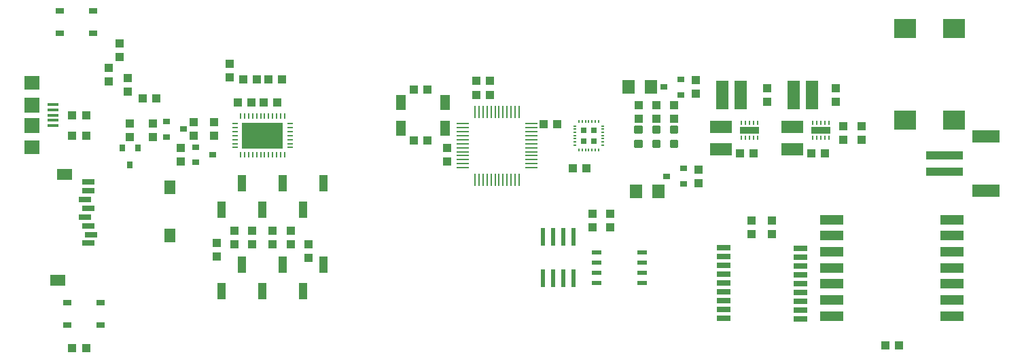
<source format=gtp>
G75*
%MOIN*%
%OFA0B0*%
%FSLAX25Y25*%
%IPPOS*%
%LPD*%
%AMOC8*
5,1,8,0,0,1.08239X$1,22.5*
%
%ADD10R,0.10630X0.06299*%
%ADD11R,0.04331X0.03937*%
%ADD12R,0.03937X0.04331*%
%ADD13C,0.01181*%
%ADD14R,0.06299X0.07087*%
%ADD15R,0.02362X0.08661*%
%ADD16R,0.05512X0.01378*%
%ADD17R,0.07480X0.07087*%
%ADD18R,0.07480X0.07480*%
%ADD19R,0.18110X0.03937*%
%ADD20R,0.13386X0.06299*%
%ADD21R,0.05906X0.14173*%
%ADD22R,0.03543X0.03150*%
%ADD23R,0.03150X0.03543*%
%ADD24R,0.04724X0.02362*%
%ADD25R,0.07480X0.05512*%
%ADD26R,0.05512X0.07087*%
%ADD27R,0.05906X0.02756*%
%ADD28R,0.00984X0.01969*%
%ADD29R,0.09449X0.03307*%
%ADD30R,0.05118X0.07480*%
%ADD31R,0.07087X0.02756*%
%ADD32R,0.00984X0.02756*%
%ADD33R,0.02756X0.00984*%
%ADD34R,0.20472X0.12598*%
%ADD35R,0.05906X0.01102*%
%ADD36R,0.01102X0.05906*%
%ADD37R,0.11811X0.04724*%
%ADD38R,0.02608X0.02608*%
%ADD39R,0.00787X0.01772*%
%ADD40R,0.01772X0.00787*%
%ADD41R,0.11024X0.09449*%
%ADD42R,0.04134X0.02559*%
%ADD43R,0.03937X0.07874*%
D10*
X0351256Y0113738D03*
X0351256Y0124762D03*
X0386256Y0124762D03*
X0386256Y0113738D03*
D11*
X0395409Y0111750D03*
X0402102Y0111750D03*
X0411256Y0118404D03*
X0420006Y0118404D03*
X0420006Y0125096D03*
X0411256Y0125096D03*
X0407506Y0137154D03*
X0407506Y0143846D03*
X0373756Y0143846D03*
X0373756Y0137154D03*
X0338756Y0140904D03*
X0338756Y0147596D03*
X0328131Y0135409D03*
X0319381Y0135409D03*
X0319381Y0128716D03*
X0328131Y0128716D03*
X0310631Y0128716D03*
X0310631Y0135409D03*
X0360409Y0111750D03*
X0367102Y0111750D03*
X0340006Y0103846D03*
X0340006Y0097154D03*
X0366256Y0078846D03*
X0376256Y0078846D03*
X0376256Y0072154D03*
X0366256Y0072154D03*
X0296881Y0075279D03*
X0288131Y0075279D03*
X0288131Y0081971D03*
X0296881Y0081971D03*
X0207102Y0118000D03*
X0200409Y0118000D03*
X0231034Y0140500D03*
X0237727Y0140500D03*
X0237727Y0147375D03*
X0231034Y0147375D03*
X0207102Y0143000D03*
X0200409Y0143000D03*
X0102506Y0126971D03*
X0092506Y0126971D03*
X0092506Y0120279D03*
X0102506Y0120279D03*
X0086256Y0114471D03*
X0086256Y0107779D03*
X0072506Y0119654D03*
X0061256Y0119654D03*
X0061256Y0126346D03*
X0072506Y0126346D03*
X0060006Y0142154D03*
X0060006Y0148846D03*
X0056256Y0159029D03*
X0056256Y0165721D03*
X0431659Y0017375D03*
X0438352Y0017375D03*
D12*
X0032909Y0016125D03*
X0039602Y0016125D03*
X0103756Y0060904D03*
X0103756Y0067596D03*
X0112506Y0067154D03*
X0121256Y0067154D03*
X0131256Y0067154D03*
X0140006Y0067154D03*
X0148756Y0066971D03*
X0148756Y0060279D03*
X0140006Y0073846D03*
X0131256Y0073846D03*
X0121256Y0073846D03*
X0112506Y0073846D03*
X0039602Y0120500D03*
X0032909Y0120500D03*
X0032909Y0130500D03*
X0039602Y0130500D03*
X0067284Y0138625D03*
X0073977Y0138625D03*
X0050631Y0147154D03*
X0050631Y0153846D03*
X0110006Y0155721D03*
X0110006Y0149029D03*
X0116659Y0148000D03*
X0123352Y0148000D03*
X0129159Y0148000D03*
X0135852Y0148000D03*
X0133352Y0136750D03*
X0126659Y0136750D03*
X0120852Y0136750D03*
X0114159Y0136750D03*
X0216881Y0114471D03*
X0216881Y0107779D03*
X0264159Y0126125D03*
X0270852Y0126125D03*
X0278534Y0104250D03*
X0285227Y0104250D03*
D13*
X0309253Y0117800D02*
X0312009Y0117800D01*
X0312009Y0115044D01*
X0309253Y0115044D01*
X0309253Y0117800D01*
X0309253Y0116224D02*
X0312009Y0116224D01*
X0312009Y0117404D02*
X0309253Y0117404D01*
X0309253Y0124706D02*
X0312009Y0124706D01*
X0312009Y0121950D01*
X0309253Y0121950D01*
X0309253Y0124706D01*
X0309253Y0123130D02*
X0312009Y0123130D01*
X0312009Y0124310D02*
X0309253Y0124310D01*
X0318003Y0124706D02*
X0320759Y0124706D01*
X0320759Y0121950D01*
X0318003Y0121950D01*
X0318003Y0124706D01*
X0318003Y0123130D02*
X0320759Y0123130D01*
X0320759Y0124310D02*
X0318003Y0124310D01*
X0326753Y0124706D02*
X0329509Y0124706D01*
X0329509Y0121950D01*
X0326753Y0121950D01*
X0326753Y0124706D01*
X0326753Y0123130D02*
X0329509Y0123130D01*
X0329509Y0124310D02*
X0326753Y0124310D01*
X0326753Y0117800D02*
X0329509Y0117800D01*
X0329509Y0115044D01*
X0326753Y0115044D01*
X0326753Y0117800D01*
X0326753Y0116224D02*
X0329509Y0116224D01*
X0329509Y0117404D02*
X0326753Y0117404D01*
X0320759Y0117800D02*
X0318003Y0117800D01*
X0320759Y0117800D02*
X0320759Y0115044D01*
X0318003Y0115044D01*
X0318003Y0117800D01*
X0318003Y0116224D02*
X0320759Y0116224D01*
X0320759Y0117404D02*
X0318003Y0117404D01*
D14*
X0320518Y0093000D03*
X0309494Y0093000D03*
X0305744Y0144250D03*
X0316768Y0144250D03*
D15*
X0278756Y0070736D03*
X0273756Y0070736D03*
X0268756Y0070736D03*
X0263756Y0070736D03*
X0263756Y0050264D03*
X0268756Y0050264D03*
X0273756Y0050264D03*
X0278756Y0050264D03*
D16*
X0023564Y0125382D03*
X0023564Y0127941D03*
X0023564Y0130500D03*
X0023564Y0133059D03*
X0023564Y0135618D03*
D17*
X0013131Y0146248D03*
X0013131Y0114752D03*
D18*
X0013131Y0125500D03*
X0013131Y0135500D03*
D19*
X0460751Y0110687D03*
X0460751Y0102813D03*
D20*
X0481224Y0093364D03*
X0481224Y0120136D03*
D21*
X0395783Y0140500D03*
X0386728Y0140500D03*
X0360783Y0140500D03*
X0351728Y0140500D03*
D22*
X0331443Y0140510D03*
X0323175Y0144250D03*
X0331443Y0147990D03*
X0332693Y0104240D03*
X0324425Y0100500D03*
X0332693Y0096760D03*
X0101837Y0111125D03*
X0093569Y0107385D03*
X0093569Y0114865D03*
X0087462Y0123625D03*
X0079194Y0127365D03*
X0079194Y0119885D03*
D23*
X0064996Y0114437D03*
X0057516Y0114437D03*
X0061256Y0106169D03*
D24*
X0290232Y0063000D03*
X0290232Y0058000D03*
X0290232Y0053000D03*
X0290232Y0048000D03*
X0312280Y0048000D03*
X0312280Y0053000D03*
X0312280Y0058000D03*
X0312280Y0063000D03*
D25*
X0029199Y0101425D03*
X0025656Y0049457D03*
D26*
X0080774Y0071504D03*
X0080774Y0095126D03*
D27*
X0040616Y0093551D03*
X0040616Y0097882D03*
X0039041Y0089220D03*
X0040616Y0084890D03*
X0039041Y0080559D03*
X0040616Y0076228D03*
X0042191Y0071898D03*
X0040616Y0067567D03*
D28*
X0361069Y0119260D03*
X0363037Y0119260D03*
X0365006Y0119260D03*
X0366974Y0119260D03*
X0368943Y0119260D03*
X0368943Y0126740D03*
X0366974Y0126740D03*
X0365006Y0126740D03*
X0363037Y0126740D03*
X0361069Y0126740D03*
X0396069Y0126740D03*
X0398037Y0126740D03*
X0400006Y0126740D03*
X0401974Y0126740D03*
X0403943Y0126740D03*
X0403943Y0119260D03*
X0401974Y0119260D03*
X0400006Y0119260D03*
X0398037Y0119260D03*
X0396069Y0119260D03*
D29*
X0400006Y0123000D03*
X0365006Y0123000D03*
D30*
X0215833Y0124201D03*
X0194179Y0124201D03*
X0194179Y0136799D03*
X0215833Y0136799D03*
D31*
X0352555Y0065500D03*
X0352555Y0061169D03*
X0352555Y0056839D03*
X0352555Y0052508D03*
X0352555Y0048177D03*
X0352555Y0043846D03*
X0352555Y0039516D03*
X0352555Y0035185D03*
X0352555Y0030854D03*
X0389957Y0030500D03*
X0389957Y0034831D03*
X0389957Y0039161D03*
X0389957Y0043492D03*
X0389957Y0047823D03*
X0389957Y0052154D03*
X0389957Y0056484D03*
X0389957Y0060815D03*
X0389957Y0065146D03*
D32*
X0137083Y0111051D03*
X0135114Y0111051D03*
X0133146Y0111051D03*
X0131177Y0111051D03*
X0129209Y0111051D03*
X0127240Y0111051D03*
X0125272Y0111051D03*
X0123303Y0111051D03*
X0121335Y0111051D03*
X0119366Y0111051D03*
X0117398Y0111051D03*
X0115429Y0111051D03*
X0115429Y0129949D03*
X0117398Y0129949D03*
X0119366Y0129949D03*
X0121335Y0129949D03*
X0123303Y0129949D03*
X0125272Y0129949D03*
X0127240Y0129949D03*
X0129209Y0129949D03*
X0131177Y0129949D03*
X0133146Y0129949D03*
X0135114Y0129949D03*
X0137083Y0129949D03*
D33*
X0139642Y0126406D03*
X0139642Y0124437D03*
X0139642Y0122469D03*
X0139642Y0120500D03*
X0139642Y0118531D03*
X0139642Y0116563D03*
X0139642Y0114594D03*
X0112870Y0114594D03*
X0112870Y0116563D03*
X0112870Y0118531D03*
X0112870Y0120500D03*
X0112870Y0122469D03*
X0112870Y0124437D03*
X0112870Y0126406D03*
D34*
X0126256Y0120500D03*
D35*
X0224524Y0120421D03*
X0224524Y0118453D03*
X0224524Y0116484D03*
X0224524Y0114516D03*
X0224524Y0112547D03*
X0224524Y0110579D03*
X0224524Y0108610D03*
X0224524Y0106642D03*
X0224524Y0104673D03*
X0257988Y0104673D03*
X0257988Y0106642D03*
X0257988Y0108610D03*
X0257988Y0110579D03*
X0257988Y0112547D03*
X0257988Y0114516D03*
X0257988Y0116484D03*
X0257988Y0118453D03*
X0257988Y0120421D03*
X0257988Y0122390D03*
X0257988Y0124358D03*
X0257988Y0126327D03*
X0224524Y0126327D03*
X0224524Y0124358D03*
X0224524Y0122390D03*
D36*
X0230429Y0132232D03*
X0232398Y0132232D03*
X0234366Y0132232D03*
X0236335Y0132232D03*
X0238303Y0132232D03*
X0240272Y0132232D03*
X0242240Y0132232D03*
X0244209Y0132232D03*
X0246177Y0132232D03*
X0248146Y0132232D03*
X0250114Y0132232D03*
X0252083Y0132232D03*
X0252083Y0098768D03*
X0250114Y0098768D03*
X0248146Y0098768D03*
X0246177Y0098768D03*
X0244209Y0098768D03*
X0242240Y0098768D03*
X0240272Y0098768D03*
X0238303Y0098768D03*
X0236335Y0098768D03*
X0234366Y0098768D03*
X0232398Y0098768D03*
X0230429Y0098768D03*
D37*
X0405478Y0079122D03*
X0405478Y0071248D03*
X0405478Y0063374D03*
X0405478Y0055500D03*
X0405478Y0047626D03*
X0405478Y0039752D03*
X0405478Y0031878D03*
X0464533Y0031878D03*
X0464533Y0039752D03*
X0464533Y0047626D03*
X0464533Y0055500D03*
X0464533Y0063374D03*
X0464533Y0071248D03*
X0464533Y0079122D03*
D38*
X0288864Y0117892D03*
X0283648Y0117892D03*
X0283648Y0123108D03*
X0288864Y0123108D03*
D39*
X0289406Y0127488D03*
X0290980Y0127488D03*
X0287831Y0127488D03*
X0286256Y0127488D03*
X0284681Y0127488D03*
X0283106Y0127488D03*
X0281531Y0127488D03*
X0281531Y0113512D03*
X0283106Y0113512D03*
X0284681Y0113512D03*
X0286256Y0113512D03*
X0287831Y0113512D03*
X0289406Y0113512D03*
X0290980Y0113512D03*
D40*
X0293244Y0115776D03*
X0293244Y0117350D03*
X0293244Y0118925D03*
X0293244Y0120500D03*
X0293244Y0122075D03*
X0293244Y0123650D03*
X0293244Y0125224D03*
X0279268Y0125224D03*
X0279268Y0123650D03*
X0279268Y0122075D03*
X0279268Y0120500D03*
X0279268Y0118925D03*
X0279268Y0117350D03*
X0279268Y0115776D03*
D41*
X0441303Y0128059D03*
X0465318Y0128059D03*
X0465318Y0172941D03*
X0441303Y0172941D03*
D42*
X0046925Y0038512D03*
X0030587Y0038512D03*
X0030587Y0027488D03*
X0046925Y0027488D03*
X0043175Y0170613D03*
X0026837Y0170613D03*
X0026837Y0181637D03*
X0043175Y0181637D03*
D43*
X0116256Y0096996D03*
X0136256Y0096996D03*
X0156256Y0096996D03*
X0146256Y0084004D03*
X0126256Y0084004D03*
X0106256Y0084004D03*
X0116256Y0056996D03*
X0136256Y0056996D03*
X0156256Y0056996D03*
X0146256Y0044004D03*
X0126256Y0044004D03*
X0106256Y0044004D03*
M02*

</source>
